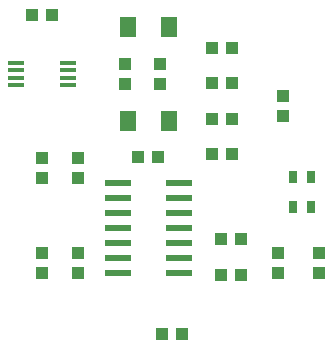
<source format=gbr>
G04 EAGLE Gerber RS-274X export*
G75*
%MOMM*%
%FSLAX34Y34*%
%LPD*%
%INSolderpaste Top*%
%IPPOS*%
%AMOC8*
5,1,8,0,0,1.08239X$1,22.5*%
G01*
%ADD10R,1.100000X1.000000*%
%ADD11R,1.000000X1.100000*%
%ADD12R,1.400000X1.800000*%
%ADD13R,2.200000X0.600000*%
%ADD14R,0.700000X1.000000*%
%ADD15R,1.422400X0.431800*%


D10*
X182500Y26000D03*
X165500Y26000D03*
X207500Y268000D03*
X224500Y268000D03*
X215500Y106000D03*
X232500Y106000D03*
D11*
X264000Y77500D03*
X264000Y94500D03*
X94000Y94500D03*
X94000Y77500D03*
D12*
X171000Y286000D03*
X137000Y286000D03*
X137000Y206000D03*
X171000Y206000D03*
D13*
X180000Y90600D03*
X128000Y90600D03*
X180000Y77900D03*
X180000Y103300D03*
X180000Y116000D03*
X128000Y77900D03*
X128000Y103300D03*
X128000Y116000D03*
X180000Y141400D03*
X128000Y141400D03*
X180000Y128700D03*
X180000Y154100D03*
X128000Y128700D03*
X128000Y154100D03*
D14*
X291500Y159000D03*
X276500Y159000D03*
X276500Y133000D03*
X291500Y133000D03*
D15*
X42156Y255652D03*
X42156Y249302D03*
X42156Y242698D03*
X42156Y236348D03*
X85844Y236348D03*
X85844Y242698D03*
X85844Y249302D03*
X85844Y255652D03*
D10*
X94000Y157500D03*
X94000Y174500D03*
X64000Y174500D03*
X64000Y157500D03*
X64000Y94500D03*
X64000Y77500D03*
D11*
X207500Y178000D03*
X224500Y178000D03*
X207500Y238000D03*
X224500Y238000D03*
D10*
X267800Y227000D03*
X267800Y210000D03*
D11*
X232500Y76000D03*
X215500Y76000D03*
X224500Y208000D03*
X207500Y208000D03*
D10*
X298000Y77500D03*
X298000Y94500D03*
X164000Y237500D03*
X164000Y254500D03*
D11*
X162500Y176000D03*
X145500Y176000D03*
D10*
X134000Y254500D03*
X134000Y237500D03*
D11*
X72500Y296000D03*
X55500Y296000D03*
M02*

</source>
